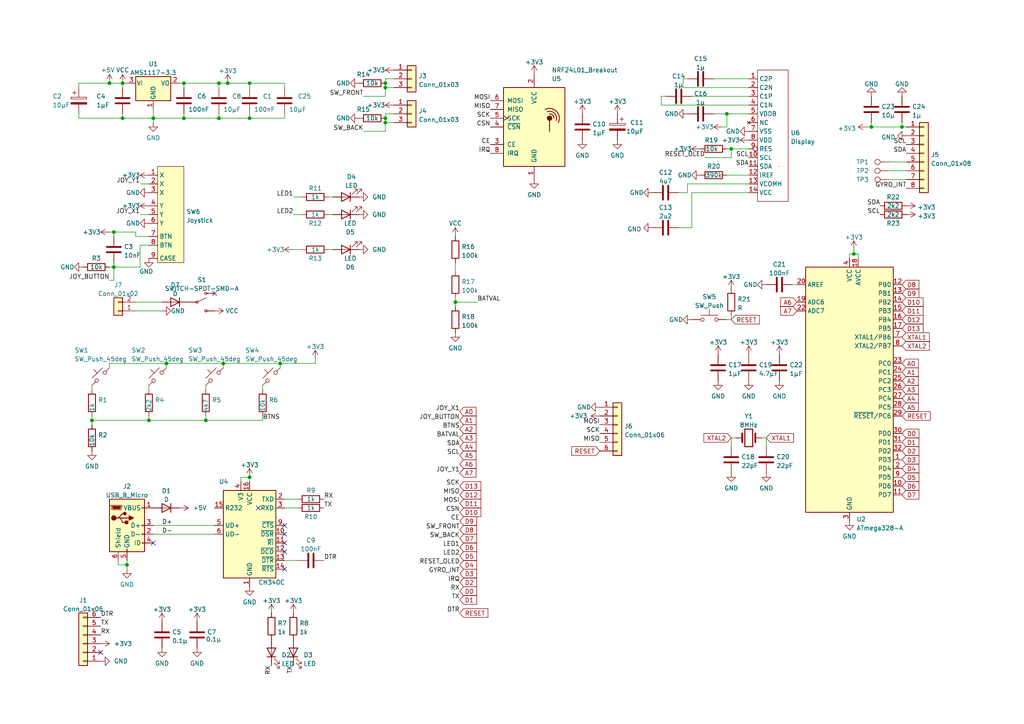
<source format=kicad_sch>
(kicad_sch (version 20211123) (generator eeschema)
  (paper "A4")
  (junction (at 111.76 24.13))
  (junction (at 48.26 105.41))
  (junction (at 66.04 24.13))
  (junction (at 33.02 77.47))
  (junction (at 43.18 121.92))
  (junction (at 81.28 105.41))
  (junction (at 59.69 121.92))
  (junction (at 36.83 163.83))
  (junction (at 72.39 24.13))
  (junction (at 210.82 33.02))
  (junction (at 212.09 43.18))
  (junction (at 63.5 34.29))
  (junction (at 111.76 35.56))
  (junction (at 53.34 34.29))
  (junction (at 132.08 87.63))
  (junction (at 111.76 34.29))
  (junction (at 26.67 121.92))
  (junction (at 35.56 34.29))
  (junction (at 31.75 24.13))
  (junction (at 35.56 24.13))
  (junction (at 111.76 25.4))
  (junction (at 33.02 67.31))
  (junction (at 72.39 34.29))
  (junction (at 252.73 36.83))
  (junction (at 53.34 24.13))
  (junction (at 64.77 105.41))
  (junction (at 261.62 36.83))
  (junction (at 247.65 73.66))
  (junction (at 44.45 34.29))
  (junction (at 63.5 24.13))
  (junction (at 72.39 138.43))
  (no_connect (at 82.55 157.48))
  (no_connect (at 74.93 147.32))
  (no_connect (at 44.45 157.48))
  (no_connect (at 82.55 154.94))
  (no_connect (at 62.23 85.09))
  (no_connect (at 82.55 165.1))
  (no_connect (at 29.21 189.23))
  (no_connect (at 82.55 160.02))
  (no_connect (at 82.55 152.4))
  (wire (pts (xy 212.09 129.54) (xy 212.09 127)))
  (wire (pts (xy 40.64 77.47) (xy 33.02 77.47)))
  (wire (pts (xy 246.38 74.93) (xy 246.38 73.66)))
  (wire (pts (xy 85.09 57.15) (xy 87.63 57.15)))
  (wire (pts (xy 43.18 120.65) (xy 43.18 121.92)))
  (wire (pts (xy 222.25 127) (xy 222.25 129.54)))
  (wire (pts (xy 198.12 22.86) (xy 198.12 25.4)))
  (wire (pts (xy 34.29 162.56) (xy 34.29 163.83)))
  (wire (pts (xy 212.09 127) (xy 213.36 127)))
  (wire (pts (xy 31.75 105.41) (xy 31.75 106.68)))
  (wire (pts (xy 82.55 34.29) (xy 82.55 33.02)))
  (wire (pts (xy 111.76 25.4) (xy 114.3 25.4)))
  (wire (pts (xy 95.25 57.15) (xy 96.52 57.15)))
  (wire (pts (xy 111.76 24.13) (xy 111.76 25.4)))
  (wire (pts (xy 22.86 34.29) (xy 35.56 34.29)))
  (wire (pts (xy 72.39 138.43) (xy 72.39 139.7)))
  (wire (pts (xy 31.75 24.13) (xy 35.56 24.13)))
  (wire (pts (xy 31.75 67.31) (xy 33.02 67.31)))
  (wire (pts (xy 43.18 68.58) (xy 39.37 68.58)))
  (wire (pts (xy 200.66 66.04) (xy 200.66 55.88)))
  (wire (pts (xy 82.55 147.32) (xy 86.36 147.32)))
  (wire (pts (xy 191.77 30.48) (xy 217.17 30.48)))
  (wire (pts (xy 200.66 55.88) (xy 217.17 55.88)))
  (wire (pts (xy 33.02 76.2) (xy 33.02 77.47)))
  (wire (pts (xy 210.82 36.83) (xy 210.82 33.02)))
  (wire (pts (xy 44.45 152.4) (xy 62.23 152.4)))
  (wire (pts (xy 48.26 105.41) (xy 48.26 106.68)))
  (wire (pts (xy 53.34 34.29) (xy 63.5 34.29)))
  (wire (pts (xy 204.47 45.72) (xy 212.09 45.72)))
  (wire (pts (xy 48.26 105.41) (xy 31.75 105.41)))
  (wire (pts (xy 81.28 105.41) (xy 64.77 105.41)))
  (wire (pts (xy 191.77 27.94) (xy 191.77 30.48)))
  (wire (pts (xy 212.09 43.18) (xy 212.09 45.72)))
  (wire (pts (xy 199.39 22.86) (xy 198.12 22.86)))
  (wire (pts (xy 33.02 77.47) (xy 31.75 77.47)))
  (wire (pts (xy 33.02 77.47) (xy 33.02 81.28)))
  (wire (pts (xy 76.2 121.92) (xy 76.2 120.65)))
  (wire (pts (xy 252.73 36.83) (xy 261.62 36.83)))
  (wire (pts (xy 246.38 73.66) (xy 247.65 73.66)))
  (wire (pts (xy 82.55 144.78) (xy 86.36 144.78)))
  (wire (pts (xy 26.67 111.76) (xy 26.67 113.03)))
  (wire (pts (xy 82.55 162.56) (xy 86.36 162.56)))
  (wire (pts (xy 66.04 24.13) (xy 72.39 24.13)))
  (wire (pts (xy 33.02 67.31) (xy 33.02 68.58)))
  (wire (pts (xy 198.12 25.4) (xy 217.17 25.4)))
  (wire (pts (xy 210.82 50.8) (xy 217.17 50.8)))
  (wire (pts (xy 22.86 25.4) (xy 22.86 24.13)))
  (wire (pts (xy 44.45 31.75) (xy 44.45 34.29)))
  (wire (pts (xy 196.85 66.04) (xy 200.66 66.04)))
  (wire (pts (xy 91.44 104.14) (xy 91.44 105.41)))
  (wire (pts (xy 39.37 90.17) (xy 46.99 90.17)))
  (wire (pts (xy 36.83 24.13) (xy 35.56 24.13)))
  (wire (pts (xy 111.76 35.56) (xy 111.76 38.1)))
  (wire (pts (xy 53.34 24.13) (xy 53.34 25.4)))
  (wire (pts (xy 64.77 105.41) (xy 48.26 105.41)))
  (wire (pts (xy 114.3 33.02) (xy 111.76 33.02)))
  (wire (pts (xy 43.18 111.76) (xy 43.18 113.03)))
  (wire (pts (xy 199.39 53.34) (xy 199.39 55.88)))
  (wire (pts (xy 31.75 81.28) (xy 33.02 81.28)))
  (wire (pts (xy 85.09 62.23) (xy 87.63 62.23)))
  (wire (pts (xy 76.2 111.76) (xy 76.2 113.03)))
  (wire (pts (xy 40.64 62.23) (xy 43.18 62.23)))
  (wire (pts (xy 111.76 33.02) (xy 111.76 34.29)))
  (wire (pts (xy 40.64 71.12) (xy 40.64 77.47)))
  (wire (pts (xy 44.45 154.94) (xy 62.23 154.94)))
  (wire (pts (xy 217.17 22.86) (xy 207.01 22.86)))
  (wire (pts (xy 44.45 34.29) (xy 44.45 35.56)))
  (wire (pts (xy 72.39 25.4) (xy 72.39 24.13)))
  (wire (pts (xy 59.69 120.65) (xy 59.69 121.92)))
  (wire (pts (xy 22.86 33.02) (xy 22.86 34.29)))
  (wire (pts (xy 39.37 68.58) (xy 39.37 67.31)))
  (wire (pts (xy 26.67 120.65) (xy 26.67 121.92)))
  (wire (pts (xy 91.44 105.41) (xy 81.28 105.41)))
  (wire (pts (xy 209.55 36.83) (xy 210.82 36.83)))
  (wire (pts (xy 220.98 127) (xy 222.25 127)))
  (wire (pts (xy 22.86 24.13) (xy 31.75 24.13)))
  (wire (pts (xy 251.46 36.83) (xy 252.73 36.83)))
  (wire (pts (xy 105.41 27.94) (xy 111.76 27.94)))
  (wire (pts (xy 111.76 34.29) (xy 111.76 35.56)))
  (wire (pts (xy 82.55 25.4) (xy 82.55 24.13)))
  (wire (pts (xy 261.62 36.83) (xy 261.62 35.56)))
  (wire (pts (xy 39.37 87.63) (xy 46.99 87.63)))
  (wire (pts (xy 33.02 67.31) (xy 39.37 67.31)))
  (wire (pts (xy 36.83 163.83) (xy 36.83 165.1)))
  (wire (pts (xy 210.82 33.02) (xy 217.17 33.02)))
  (wire (pts (xy 95.25 62.23) (xy 96.52 62.23)))
  (wire (pts (xy 132.08 87.63) (xy 132.08 88.9)))
  (wire (pts (xy 26.67 121.92) (xy 43.18 121.92)))
  (wire (pts (xy 59.69 111.76) (xy 59.69 113.03)))
  (wire (pts (xy 72.39 24.13) (xy 82.55 24.13)))
  (wire (pts (xy 132.08 76.2) (xy 132.08 78.74)))
  (wire (pts (xy 26.67 121.92) (xy 26.67 123.19)))
  (wire (pts (xy 43.18 71.12) (xy 40.64 71.12)))
  (wire (pts (xy 248.92 74.93) (xy 248.92 73.66)))
  (wire (pts (xy 262.89 36.83) (xy 261.62 36.83)))
  (wire (pts (xy 81.28 105.41) (xy 81.28 106.68)))
  (wire (pts (xy 34.29 163.83) (xy 36.83 163.83)))
  (wire (pts (xy 111.76 22.86) (xy 111.76 24.13)))
  (wire (pts (xy 85.09 72.39) (xy 87.63 72.39)))
  (wire (pts (xy 63.5 33.02) (xy 63.5 34.29)))
  (wire (pts (xy 210.82 43.18) (xy 212.09 43.18)))
  (wire (pts (xy 35.56 34.29) (xy 44.45 34.29)))
  (wire (pts (xy 105.41 38.1) (xy 111.76 38.1)))
  (wire (pts (xy 229.87 82.55) (xy 231.14 82.55)))
  (wire (pts (xy 72.39 34.29) (xy 82.55 34.29)))
  (wire (pts (xy 132.08 86.36) (xy 132.08 87.63)))
  (wire (pts (xy 193.04 27.94) (xy 191.77 27.94)))
  (wire (pts (xy 72.39 34.29) (xy 72.39 33.02)))
  (wire (pts (xy 40.64 53.34) (xy 43.18 53.34)))
  (wire (pts (xy 111.76 35.56) (xy 114.3 35.56)))
  (wire (pts (xy 95.25 72.39) (xy 96.52 72.39)))
  (wire (pts (xy 63.5 24.13) (xy 63.5 25.4)))
  (wire (pts (xy 43.18 121.92) (xy 59.69 121.92)))
  (wire (pts (xy 69.85 138.43) (xy 72.39 138.43)))
  (wire (pts (xy 114.3 22.86) (xy 111.76 22.86)))
  (wire (pts (xy 257.81 46.99) (xy 262.89 46.99)))
  (wire (pts (xy 63.5 24.13) (xy 66.04 24.13)))
  (wire (pts (xy 207.01 33.02) (xy 210.82 33.02)))
  (wire (pts (xy 257.81 49.53) (xy 262.89 49.53)))
  (wire (pts (xy 252.73 35.56) (xy 252.73 36.83)))
  (wire (pts (xy 210.82 92.71) (xy 212.09 92.71)))
  (wire (pts (xy 132.08 87.63) (xy 138.43 87.63)))
  (wire (pts (xy 53.34 24.13) (xy 63.5 24.13)))
  (wire (pts (xy 44.45 34.29) (xy 53.34 34.29)))
  (wire (pts (xy 53.34 33.02) (xy 53.34 34.29)))
  (wire (pts (xy 36.83 162.56) (xy 36.83 163.83)))
  (wire (pts (xy 257.81 52.07) (xy 262.89 52.07)))
  (wire (pts (xy 63.5 34.29) (xy 72.39 34.29)))
  (wire (pts (xy 200.66 27.94) (xy 217.17 27.94)))
  (wire (pts (xy 199.39 55.88) (xy 196.85 55.88)))
  (wire (pts (xy 212.09 43.18) (xy 217.17 43.18)))
  (wire (pts (xy 35.56 33.02) (xy 35.56 34.29)))
  (wire (pts (xy 212.09 92.71) (xy 212.09 91.44)))
  (wire (pts (xy 248.92 73.66) (xy 247.65 73.66)))
  (wire (pts (xy 217.17 53.34) (xy 199.39 53.34)))
  (wire (pts (xy 64.77 105.41) (xy 64.77 106.68)))
  (wire (pts (xy 69.85 139.7) (xy 69.85 138.43)))
  (wire (pts (xy 52.07 24.13) (xy 53.34 24.13)))
  (wire (pts (xy 247.65 72.39) (xy 247.65 73.66)))
  (wire (pts (xy 35.56 24.13) (xy 35.56 25.4)))
  (wire (pts (xy 111.76 25.4) (xy 111.76 27.94)))
  (wire (pts (xy 59.69 121.92) (xy 76.2 121.92)))
  (label "D-" (at 46.99 154.94 0))
  (label "RESET_OLED" (at 204.47 45.72 180))
  (label "LED2" (at 133.35 161.29 180))
  (label "LED1" (at 85.09 57.15 180))
  (label "SW_BACK" (at 105.41 38.1 180))
  (label "SCL" (at 217.17 45.72 180))
  (label "RX" (at 78.74 193.04 270))
  (label "MOSI" (at 142.24 29.21 180))
  (label "LED2" (at 85.09 62.23 180))
  (label "RX" (at 93.98 144.78 0))
  (label "BATVAL" (at 138.43 87.63 0))
  (label "SCK" (at 173.99 125.73 180))
  (label "BTNS" (at 76.2 121.92 0))
  (label "JOY_X1" (at 40.64 62.23 180))
  (label "TX" (at 29.21 181.61 0))
  (label "CSN" (at 133.35 148.59 180))
  (label "RESET_OLED" (at 133.35 163.83 180))
  (label "JOY_BUTTON" (at 31.75 81.28 180))
  (label "SCK" (at 142.24 34.29 180))
  (label "JOY_X1" (at 133.35 119.38 180))
  (label "SW_FRONT" (at 105.41 27.94 180))
  (label "D+" (at 46.99 152.4 0))
  (label "SW_FRONT" (at 133.35 153.67 180))
  (label "MOSI" (at 133.35 146.05 180))
  (label "SDA" (at 255.27 59.69 180))
  (label "CE" (at 142.24 41.91 180))
  (label "SDA" (at 217.17 48.26 180))
  (label "CE" (at 133.35 151.13 180))
  (label "SCL" (at 133.35 132.08 180))
  (label "LED1" (at 133.35 158.75 180))
  (label "JOY_BUTTON" (at 133.35 121.92 180))
  (label "BATVAL" (at 133.35 127 180))
  (label "GYRO_INT" (at 262.89 54.61 180))
  (label "JOY_Y1" (at 133.35 137.16 180))
  (label "TX" (at 85.09 193.04 270))
  (label "SDA" (at 262.89 44.45 180))
  (label "DTR" (at 93.98 162.56 0))
  (label "MISO" (at 173.99 128.27 180))
  (label "MISO" (at 142.24 31.75 180))
  (label "TX" (at 93.98 147.32 0))
  (label "SCK" (at 133.35 140.97 180))
  (label "SCL" (at 262.89 41.91 180))
  (label "IRQ" (at 133.35 168.91 180))
  (label "GYRO_INT" (at 133.35 166.37 180))
  (label "MOSI" (at 173.99 123.19 180))
  (label "CSN" (at 142.24 36.83 180))
  (label "IRQ" (at 142.24 44.45 180))
  (label "MISO" (at 133.35 143.51 180))
  (label "RX" (at 29.21 184.15 0))
  (label "DTR" (at 29.21 179.07 0))
  (label "RX" (at 133.35 171.45 180))
  (label "SCL" (at 255.27 62.23 180))
  (label "JOY_Y1" (at 40.64 53.34 180))
  (label "TX" (at 133.35 173.99 180))
  (label "SW_BACK" (at 133.35 156.21 180))
  (label "BTNS" (at 133.35 124.46 180))
  (label "SDA" (at 133.35 129.54 180))
  (label "DTR" (at 133.35 177.8 180))
  (global_label "D10" (shape input) (at 261.62 87.63 0) (property "Intersheet References" "${INTERSHEET_REFS}" (effects hide)))
  (global_label "A0" (shape input) (at 133.35 119.38 0) (property "Intersheet References" "${INTERSHEET_REFS}" (effects hide)))
  (global_label "D9" (shape input) (at 133.35 151.13 0) (property "Intersheet References" "${INTERSHEET_REFS}" (effects hide)))
  (global_label "D1" (shape input) (at 133.35 173.99 0) (property "Intersheet References" "${INTERSHEET_REFS}" (effects hide)))
  (global_label "A3" (shape input) (at 261.62 113.03 0) (property "Intersheet References" "${INTERSHEET_REFS}" (effects hide)))
  (global_label "A4" (shape input) (at 261.62 115.57 0) (property "Intersheet References" "${INTERSHEET_REFS}" (effects hide)))
  (global_label "XTAL2" (shape input) (at 212.09 127 180) (property "Intersheet References" "${INTERSHEET_REFS}" (effects hide)))
  (global_label "XTAL1" (shape input) (at 261.62 97.79 0) (property "Intersheet References" "${INTERSHEET_REFS}" (effects hide)))
  (global_label "D5" (shape input) (at 261.62 138.43 0) (property "Intersheet References" "${INTERSHEET_REFS}" (effects hide)))
  (global_label "A3" (shape input) (at 133.35 127 0) (property "Intersheet References" "${INTERSHEET_REFS}" (effects hide)))
  (global_label "D6" (shape input) (at 133.35 158.75 0) (property "Intersheet References" "${INTERSHEET_REFS}" (effects hide)))
  (global_label "D3" (shape input) (at 133.35 166.37 0) (property "Intersheet References" "${INTERSHEET_REFS}" (effects hide)))
  (global_label "D2" (shape input) (at 261.62 130.81 0) (property "Intersheet References" "${INTERSHEET_REFS}" (effects hide)))
  (global_label "A2" (shape input) (at 261.62 110.49 0) (property "Intersheet References" "${INTERSHEET_REFS}" (effects hide)))
  (global_label "D6" (shape input) (at 261.62 140.97 0) (property "Intersheet References" "${INTERSHEET_REFS}" (effects hide)))
  (global_label "A7" (shape input) (at 231.14 90.17 180) (property "Intersheet References" "${INTERSHEET_REFS}" (effects hide)))
  (global_label "A6" (shape input) (at 231.14 87.63 180) (property "Intersheet References" "${INTERSHEET_REFS}" (effects hide)))
  (global_label "D11" (shape input) (at 133.35 146.05 0) (property "Intersheet References" "${INTERSHEET_REFS}" (effects hide)))
  (global_label "RESET" (shape input) (at 133.35 177.8 0) (property "Intersheet References" "${INTERSHEET_REFS}" (effects hide)))
  (global_label "D7" (shape input) (at 133.35 156.21 0) (property "Intersheet References" "${INTERSHEET_REFS}" (effects hide)))
  (global_label "RESET" (shape input) (at 173.99 130.81 180) (property "Intersheet References" "${INTERSHEET_REFS}" (effects hide)))
  (global_label "A5" (shape input) (at 261.62 118.11 0) (property "Intersheet References" "${INTERSHEET_REFS}" (effects hide)))
  (global_label "RESET" (shape input) (at 212.09 92.71 0) (property "Intersheet References" "${INTERSHEET_REFS}" (effects hide)))
  (global_label "D5" (shape input) (at 133.35 161.29 0) (property "Intersheet References" "${INTERSHEET_REFS}" (effects hide)))
  (global_label "D4" (shape input) (at 133.35 163.83 0) (property "Intersheet References" "${INTERSHEET_REFS}" (effects hide)))
  (global_label "D12" (shape input) (at 133.35 143.51 0) (property "Intersheet References" "${INTERSHEET_REFS}" (effects hide)))
  (global_label "D11" (shape input) (at 261.62 90.17 0) (property "Intersheet References" "${INTERSHEET_REFS}" (effects hide)))
  (global_label "XTAL2" (shape input) (at 261.62 100.33 0) (property "Intersheet References" "${INTERSHEET_REFS}" (effects hide)))
  (global_label "D8" (shape input) (at 133.35 153.67 0) (property "Intersheet References" "${INTERSHEET_REFS}" (effects hide)))
  (global_label "D2" (shape input) (at 133.35 168.91 0) (property "Intersheet References" "${INTERSHEET_REFS}" (effects hide)))
  (global_label "D8" (shape input) (at 261.62 82.55 0) (property "Intersheet References" "${INTERSHEET_REFS}" (effects hide)))
  (global_label "A1" (shape input) (at 261.62 107.95 0) (property "Intersheet References" "${INTERSHEET_REFS}" (effects hide)))
  (global_label "D9" (shape input) (at 261.62 85.09 0) (property "Intersheet References" "${INTERSHEET_REFS}" (effects hide)))
  (global_label "A1" (shape input) (at 133.35 121.92 0) (property "Intersheet References" "${INTERSHEET_REFS}" (effects hide)))
  (global_label "XTAL1" (shape input) (at 222.25 127 0) (property "Intersheet References" "${INTERSHEET_REFS}" (effects hide)))
  (global_label "D4" (shape input) (at 261.62 135.89 0) (property "Intersheet References" "${INTERSHEET_REFS}" (effects hide)))
  (global_label "D3" (shape input) (at 261.62 133.35 0) (property "Intersheet References" "${INTERSHEET_REFS}" (effects hide)))
  (global_label "D0" (shape input) (at 133.35 171.45 0) (property "Intersheet References" "${INTERSHEET_REFS}" (effects hide)))
  (global_label "D0" (shape input) (at 261.62 125.73 0) (property "Intersheet References" "${INTERSHEET_REFS}" (effects hide)))
  (global_label "D13" (shape input) (at 261.62 95.25 0) (property "Intersheet References" "${INTERSHEET_REFS}" (effects hide)))
  (global_label "D1" (shape input) (at 261.62 128.27 0) (property "Intersheet References" "${INTERSHEET_REFS}" (effects hide)))
  (global_label "D10" (shape input) (at 133.35 148.59 0) (property "Intersheet References" "${INTERSHEET_REFS}" (effects hide)))
  (global_label "D13" (shape input) (at 133.35 140.97 0) (property "Intersheet References" "${INTERSHEET_REFS}" (effects hide)))
  (global_label "A5" (shape input) (at 133.35 132.08 0) (property "Intersheet References" "${INTERSHEET_REFS}" (effects hide)))
  (global_label "A2" (shape input) (at 133.35 124.46 0) (property "Intersheet References" "${INTERSHEET_REFS}" (effects hide)))
  (global_label "A4" (shape input) (at 133.35 129.54 0) (property "Intersheet References" "${INTERSHEET_REFS}" (effects hide)))
  (global_label "A7" (shape input) (at 133.35 137.16 0) (property "Intersheet References" "${INTERSHEET_REFS}" (effects hide)))
  (global_label "RESET" (shape input) (at 261.62 120.65 0) (property "Intersheet References" "${INTERSHEET_REFS}" (effects hide)))
  (global_label "D12" (shape input) (at 261.62 92.71 0) (property "Intersheet References" "${INTERSHEET_REFS}" (effects hide)))
  (global_label "D7" (shape input) (at 261.62 143.51 0) (property "Intersheet References" "${INTERSHEET_REFS}" (effects hide)))
  (global_label "A0" (shape input) (at 261.62 105.41 0) (property "Intersheet References" "${INTERSHEET_REFS}" (effects hide)))
  (global_label "A6" (shape input) (at 133.35 134.62 0) (property "Intersheet References" "${INTERSHEET_REFS}" (effects hide)))
  (symbol (lib_id "power:GND") (at 189.23 55.88 270) (unit 1)
    (property "Reference" "#PWR043" (effects hide))
    (property "Value" "GND" (at 186.69 55.88 90) (effects (justify right)))
  )
  (symbol (lib_id "Device:C_Polarized") (at 22.86 29.21 0) (unit 1)
    (property "Reference" "C2" (at 15.24 27.94 0) (effects (justify left)))
    (property "Value" "10µF" (at 15.24 30.48 0) (effects (justify left)))
    (property "Footprint" "Capacitor_THT:CP_Radial_D6.3mm_P2.50mm" (effects hide))
  )
  (symbol (lib_id "Device:C") (at 226.06 82.55 90) (unit 1)
    (property "Reference" "C21" (at 226.06 76.6912 90))
    (property "Value" "100nF" (at 226.06 79.2281 90))
    (property "Footprint" "Capacitor_SMD:C_0805_2012Metric" (effects hide))
  )
  (symbol (lib_id "Device:R") (at 91.44 62.23 90) (unit 1)
    (property "Reference" "R12" (at 91.44 64.77 90))
    (property "Value" "1k" (at 91.44 62.23 90))
    (property "Footprint" "Resistor_SMD:R_0805_2012Metric" (effects hide))
  )
  (symbol (lib_id "power:+3.3V") (at 91.44 104.14 0) (unit 1)
    (property "Reference" "#PWR029" (effects hide))
    (property "Value" "+3.3V" (at 91.44 100.5642 0))
  )
  (symbol (lib_id "Device:LED") (at 100.33 72.39 180) (unit 1)
    (property "Reference" "D6" (at 101.6 77.47 0))
    (property "Value" "LED" (at 101.6 74.93 0))
    (property "Footprint" "LED_SMD:LED_0805_2012Metric" (effects hide))
  )
  (symbol (lib_id "power:VCC") (at 35.56 24.13 0) (unit 1)
    (property "Reference" "#PWR09" (effects hide))
    (property "Value" "VCC" (at 35.56 20.32 0))
  )
  (symbol (lib_id "Device:C") (at 168.91 36.83 0) (unit 1)
    (property "Reference" "C10" (at 171.831 35.9953 0) (effects (justify left)))
    (property "Value" "1µF" (at 171.831 38.5322 0) (effects (justify left)))
    (property "Footprint" "Capacitor_SMD:C_0805_2012Metric" (effects hide))
  )
  (symbol (lib_id "Device:R") (at 85.09 181.61 0) (unit 1)
    (property "Reference" "R8" (at 86.868 180.7753 0) (effects (justify left)))
    (property "Value" "1k" (at 86.868 183.3122 0) (effects (justify left)))
    (property "Footprint" "Resistor_SMD:R_0805_2012Metric" (effects hide))
  )
  (symbol (lib_id "Device:C") (at 252.73 31.75 0) (unit 1)
    (property "Reference" "C23" (at 255.651 30.9153 0) (effects (justify left)))
    (property "Value" "10µ" (at 255.651 33.4522 0) (effects (justify left)))
    (property "Footprint" "Capacitor_SMD:C_0805_2012Metric_Pad1.18x1.45mm_HandSolder" (effects hide))
  )
  (symbol (lib_id "Switch:SW_Push") (at 205.74 92.71 0) (unit 1)
    (property "Reference" "SW5" (at 205.74 86.0892 0))
    (property "Value" "SW_Push" (at 205.74 88.6261 0))
    (property "Footprint" "Button_Switch_SMD:SW_SPST_CK_RS282G05A3" (effects hide))
  )
  (symbol (lib_id "Switch:SW_Push_45deg") (at 45.72 109.22 90) (unit 1)
    (property "Reference" "SW2" (at 38.1 101.6 90) (effects (justify right)))
    (property "Value" "SW_Push_45deg" (at 38.1 104.14 90) (effects (justify right)))
    (property "Footprint" "Button_Switch_SMD:SW_SPST_CK_RS282G05A3" (effects hide))
  )
  (symbol (lib_id "Device:C") (at 72.39 29.21 0) (unit 1)
    (property "Reference" "C1" (at 76.2 27.94 0) (effects (justify left)))
    (property "Value" "100nF" (at 73.66 31.75 0) (effects (justify left)))
    (property "Footprint" "Capacitor_SMD:C_0805_2012Metric" (effects hide))
  )
  (symbol (lib_id "Device:LED") (at 85.09 189.23 90) (unit 1)
    (property "Reference" "D3" (at 88.011 189.9828 90) (effects (justify right)))
    (property "Value" "LED" (at 88.011 192.5197 90) (effects (justify right)))
    (property "Footprint" "LED_SMD:LED_0805_2012Metric" (effects hide))
  )
  (symbol (lib_id "Device:R") (at 26.67 116.84 0) (unit 1)
    (property "Reference" "R1" (at 28.448 116.0053 0) (effects (justify left)))
    (property "Value" "1k" (at 26.67 119.38 90) (effects (justify left)))
    (property "Footprint" "Resistor_SMD:R_0805_2012Metric" (effects hide))
  )
  (symbol (lib_id "power:GND") (at 36.83 165.1 0) (unit 1)
    (property "Reference" "#PWR010" (effects hide))
    (property "Value" "GND" (at 36.83 169.5434 0))
  )
  (symbol (lib_id "Device:C") (at 46.99 184.15 180) (unit 1)
    (property "Reference" "C5" (at 49.911 183.3153 0) (effects (justify right)))
    (property "Value" "0.1µ" (at 49.911 185.8522 0) (effects (justify right)))
    (property "Footprint" "Capacitor_SMD:C_0805_2012Metric" (effects hide))
  )
  (symbol (lib_id "Device:C") (at 193.04 66.04 90) (unit 1)
    (property "Reference" "C13" (at 193.04 60.1812 90))
    (property "Value" "2u2" (at 193.04 62.7181 90))
    (property "Footprint" "Capacitor_SMD:C_0805_2012Metric_Pad1.18x1.45mm_HandSolder" (effects hide))
  )
  (symbol (lib_id "power:+3.3V") (at 208.28 102.87 0) (unit 1)
    (property "Reference" "#PWR049" (effects hide))
    (property "Value" "+3.3V" (at 208.28 99.2942 0))
  )
  (symbol (lib_id "power:GND") (at 104.14 34.29 270) (unit 1)
    (property "Reference" "#PWR028" (effects hide))
    (property "Value" "GND" (at 101.6 34.29 90) (effects (justify right)))
  )
  (symbol (lib_id "power:+3.3V") (at 114.3 20.32 90) (unit 1)
    (property "Reference" "#PWR030" (effects hide))
    (property "Value" "+3.3V" (at 111.76 20.32 90) (effects (justify left)))
  )
  (symbol (lib_id "power:GND") (at 203.2 50.8 270) (unit 1)
    (property "Reference" "#PWR048" (effects hide))
    (property "Value" "GND" (at 200.66 50.8 90) (effects (justify right)))
  )
  (symbol (lib_id "Connector:USB_B_Micro") (at 36.83 152.4 0) (unit 1)
    (property "Reference" "J2" (at 36.83 141.0802 0))
    (property "Value" "USB_B_Micro" (at 36.83 143.6171 0))
    (property "Footprint" "usb micro B:Connector micro usb B" (effects hide))
  )
  (symbol (lib_id "Device:R") (at 259.08 62.23 90) (unit 1)
    (property "Reference" "R23" (at 259.08 64.77 90))
    (property "Value" "2k2" (at 259.08 62.23 90))
    (property "Footprint" "Resistor_SMD:R_0805_2012Metric_Pad1.20x1.40mm_HandSolder" (effects hide))
  )
  (symbol (lib_id "Connector:TestPoint") (at 257.81 46.99 90) (unit 1)
    (property "Reference" "TP1" (at 250.19 46.99 90))
    (property "Value" "TestPoint" (effects hide))
    (property "Footprint" "TestPoint:TestPoint_Pad_D1.5mm" (effects hide))
  )
  (symbol (lib_id "Device:R") (at 207.01 50.8 90) (unit 1)
    (property "Reference" "R20" (at 207.01 48.26 90))
    (property "Value" "390k" (at 207.01 50.8 90))
    (property "Footprint" "Resistor_SMD:R_0805_2012Metric_Pad1.20x1.40mm_HandSolder" (effects hide))
  )
  (symbol (lib_id "Device:C") (at 222.25 133.35 0) (unit 1)
    (property "Reference" "C20" (at 225.171 132.5153 0) (effects (justify left)))
    (property "Value" "22pF" (at 225.171 135.0522 0) (effects (justify left)))
    (property "Footprint" "Capacitor_SMD:C_0805_2012Metric" (effects hide))
  )
  (symbol (lib_id "power:+3.3V") (at 72.39 138.43 0) (unit 1)
    (property "Reference" "#PWR022" (effects hide))
    (property "Value" "+3.3V" (at 72.39 134.8542 0))
  )
  (symbol (lib_id "power:GND") (at 222.25 82.55 270) (unit 1)
    (property "Reference" "#PWR058" (effects hide))
    (property "Value" "GND" (at 219.71 82.55 90) (effects (justify right)))
  )
  (symbol (lib_id "Device:C") (at 212.09 133.35 0) (unit 1)
    (property "Reference" "C18" (at 215.011 132.5153 0) (effects (justify left)))
    (property "Value" "22pF" (at 215.011 135.0522 0) (effects (justify left)))
    (property "Footprint" "Capacitor_SMD:C_0805_2012Metric" (effects hide))
  )
  (symbol (lib_id "Device:R") (at 78.74 181.61 0) (unit 1)
    (property "Reference" "R7" (at 80.518 180.7753 0) (effects (justify left)))
    (property "Value" "1k" (at 80.518 183.3122 0) (effects (justify left)))
    (property "Footprint" "Resistor_SMD:R_0805_2012Metric" (effects hide))
  )
  (symbol (lib_id "power:GND") (at 208.28 110.49 0) (unit 1)
    (property "Reference" "#PWR050" (effects hide))
    (property "Value" "GND" (at 208.28 114.9334 0))
  )
  (symbol (lib_id "power:+3.3V") (at 168.91 33.02 0) (unit 1)
    (property "Reference" "#PWR039" (effects hide))
    (property "Value" "+3.3V" (at 168.91 29.4442 0))
  )
  (symbol (lib_id "power:GND") (at 29.21 191.77 90) (unit 1)
    (property "Reference" "#PWR06" (effects hide))
    (property "Value" "GND" (at 33.02 191.77 90) (effects (justify right)))
  )
  (symbol (lib_id "power:+3.3V") (at 66.04 24.13 0) (unit 1)
    (property "Reference" "#PWR021" (effects hide))
    (property "Value" "+3.3V" (at 66.04 20.5542 0))
  )
  (symbol (lib_id "power:GND") (at 72.39 170.18 0) (unit 1)
    (property "Reference" "#PWR023" (effects hide))
    (property "Value" "GND" (at 72.39 174.6234 0))
  )
  (symbol (lib_id "power:+3.3V") (at 154.94 21.59 0) (unit 1)
    (property "Reference" "#PWR037" (effects hide))
    (property "Value" "+3.3V" (at 154.94 18.0142 0))
  )
  (symbol (lib_id "Device:R") (at 90.17 144.78 90) (unit 1)
    (property "Reference" "R9" (at 90.17 142.24 90))
    (property "Value" "1k" (at 90.17 144.78 90))
    (property "Footprint" "Resistor_SMD:R_0805_2012Metric" (effects hide))
  )
  (symbol (lib_id "Device:C") (at 35.56 29.21 0) (unit 1)
    (property "Reference" "C4" (at 27.94 27.94 0) (effects (justify left)))
    (property "Value" "1µF" (at 27.94 30.48 0) (effects (justify left)))
    (property "Footprint" "Capacitor_SMD:C_0805_2012Metric" (effects hide))
  )
  (symbol (lib_id "Connector_Generic:Conn_01x03") (at 119.38 22.86 0) (unit 1)
    (property "Reference" "J3" (at 121.412 22.0253 0) (effects (justify left)))
    (property "Value" "Conn_01x03" (at 121.412 24.5622 0) (effects (justify left)))
    (property "Footprint" "TackerSwitch:Tacker" (effects hide))
  )
  (symbol (lib_id "Device:C") (at 203.2 33.02 90) (unit 1)
    (property "Reference" "C16" (at 203.2 27.1612 90))
    (property "Value" "1µ" (at 203.2 29.6981 90))
    (property "Footprint" "Capacitor_SMD:C_0805_2012Metric_Pad1.18x1.45mm_HandSolder" (effects hide))
  )
  (symbol (lib_id "Device:C") (at 82.55 29.21 0) (unit 1)
    (property "Reference" "C25" (at 86.36 27.94 0) (effects (justify left)))
    (property "Value" "10µF" (at 83.82 31.75 0) (effects (justify left)))
    (property "Footprint" "Capacitor_SMD:C_0805_2012Metric" (effects hide))
  )
  (symbol (lib_id "power:+3.3V") (at 179.07 33.02 0) (unit 1)
    (property "Reference" "#PWR041" (effects hide))
    (property "Value" "+3.3V" (at 179.07 29.4442 0))
  )
  (symbol (lib_id "power:+3.3V") (at 251.46 36.83 90) (unit 1)
    (property "Reference" "#PWR064" (effects hide))
    (property "Value" "+3.3V" (at 248.285 37.2638 90) (effects (justify left)))
  )
  (symbol (lib_id "power:GND") (at 200.66 92.71 270) (unit 1)
    (property "Reference" "#PWR046" (effects hide))
    (property "Value" "GND" (at 198.12 92.71 90) (effects (justify right)))
  )
  (symbol (lib_id "power:GND") (at 217.17 38.1 270) (unit 1)
    (property "Reference" "#PWR054" (effects hide))
    (property "Value" "GND" (at 214.63 38.1 90) (effects (justify right)))
  )
  (symbol (lib_id "power:+3.3V") (at 226.06 102.87 0) (unit 1)
    (property "Reference" "#PWR060" (effects hide))
    (property "Value" "+3.3V" (at 226.06 99.2942 0))
  )
  (symbol (lib_id "power:GND") (at 168.91 40.64 0) (unit 1)
    (property "Reference" "#PWR040" (effects hide))
    (property "Value" "GND" (at 168.91 45.0834 0))
  )
  (symbol (lib_id "Device:R") (at 59.69 116.84 0) (unit 1)
    (property "Reference" "R5" (at 61.468 116.0053 0) (effects (justify left)))
    (property "Value" "4k7" (at 59.69 119.38 90) (effects (justify left)))
    (property "Footprint" "Resistor_SMD:R_0805_2012Metric" (effects hide))
  )
  (symbol (lib_id "Device:R") (at 26.67 127 0) (unit 1)
    (property "Reference" "R2" (at 28.448 126.1653 0) (effects (justify left)))
    (property "Value" "10k" (at 26.67 129.54 90) (effects (justify left)))
    (property "Footprint" "Resistor_SMD:R_0805_2012Metric" (effects hide))
  )
  (symbol (lib_id "power:+3.3V") (at 46.99 180.34 0) (unit 1)
    (property "Reference" "#PWR016" (effects hide))
    (property "Value" "+3.3V" (at 46.99 176.7642 0))
  )
  (symbol (lib_id "power:GND") (at 104.14 57.15 90) (unit 1)
    (property "Reference" "#PWR032" (effects hide))
    (property "Value" "GND" (at 107.95 57.15 90) (effects (justify right)))
  )
  (symbol (lib_id "Switch:SW_Push_45deg") (at 29.21 109.22 90) (unit 1)
    (property "Reference" "SW1" (at 21.59 101.6 90) (effects (justify right)))
    (property "Value" "SW_Push_45deg" (at 21.59 104.14 90) (effects (justify right)))
    (property "Footprint" "Button_Switch_SMD:SW_SPST_CK_RS282G05A3" (effects hide))
  )
  (symbol (lib_id "power:GND") (at 104.14 72.39 90) (unit 1)
    (property "Reference" "#PWR034" (effects hide))
    (property "Value" "GND" (at 107.95 72.39 90) (effects (justify right)))
  )
  (symbol (lib_id "Connector_Generic:Conn_01x08") (at 267.97 44.45 0) (unit 1)
    (property "Reference" "J5" (at 270.002 44.8853 0) (effects (justify left)))
    (property "Value" "Conn_01x08" (at 270.002 47.4222 0) (effects (justify left)))
    (property "Footprint" "Connector_PinHeader_2.54mm:PinHeader_1x08_P2.54mm_Vertical" (effects hide))
  )
  (symbol (lib_id "power:GND") (at 44.45 35.56 0) (unit 1)
    (property "Reference" "#PWR015" (effects hide))
    (property "Value" "GND" (at 44.45 40.0034 0))
  )
  (symbol (lib_id "Device:C") (at 203.2 22.86 90) (unit 1)
    (property "Reference" "C15" (at 203.2 17.0012 90))
    (property "Value" "1µ" (at 203.2 19.5381 90))
    (property "Footprint" "Capacitor_SMD:C_0805_2012Metric_Pad1.18x1.45mm_HandSolder" (effects hide))
  )
  (symbol (lib_id "Device:C_Polarized") (at 179.07 36.83 0) (mirror y) (unit 1)
    (property "Reference" "C11" (at 186.69 35.56 0) (effects (justify left)))
    (property "Value" "10µF" (at 186.69 38.1 0) (effects (justify left)))
    (property "Footprint" "Capacitor_THT:CP_Radial_D6.3mm_P2.50mm" (effects hide))
  )
  (symbol (lib_id "Device:R") (at 91.44 57.15 90) (unit 1)
    (property "Reference" "R11" (at 91.44 54.61 90))
    (property "Value" "1k" (at 91.44 57.15 90))
    (property "Footprint" "Resistor_SMD:R_0805_2012Metric" (effects hide))
  )
  (symbol (lib_id "power:+3.3V") (at 114.3 30.48 90) (unit 1)
    (property "Reference" "#PWR031" (effects hide))
    (property "Value" "+3.3V" (at 111.76 30.48 90) (effects (justify left)))
  )
  (symbol (lib_id "power:+3.3V") (at 217.17 40.64 90) (unit 1)
    (property "Reference" "#PWR055" (effects hide))
    (property "Value" "+3.3V" (at 214.63 40.64 90) (effects (justify left)))
  )
  (symbol (lib_id "Device:C") (at 53.34 29.21 0) (unit 1)
    (property "Reference" "C6" (at 57.15 27.94 0) (effects (justify left)))
    (property "Value" "100nF" (at 54.61 31.75 0) (effects (justify left)))
    (property "Footprint" "Capacitor_SMD:C_0805_2012Metric" (effects hide))
  )
  (symbol (lib_id "Device:C") (at 33.02 72.39 0) (unit 1)
    (property "Reference" "C3" (at 35.941 71.5553 0) (effects (justify left)))
    (property "Value" "10nF" (at 35.941 74.0922 0) (effects (justify left)))
    (property "Footprint" "Capacitor_SMD:C_0805_2012Metric" (effects hide))
  )
  (symbol (lib_id "power:VCC") (at 132.08 68.58 0) (unit 1)
    (property "Reference" "#PWR035" (effects hide))
    (property "Value" "VCC" (at 132.08 64.77 0))
  )
  (symbol (lib_id "Device:C") (at 193.04 55.88 90) (unit 1)
    (property "Reference" "C12" (at 193.04 50.0212 90))
    (property "Value" "4u7" (at 193.04 52.5581 90))
    (property "Footprint" "Capacitor_SMD:C_0805_2012Metric_Pad1.18x1.45mm_HandSolder" (effects hide))
  )
  (symbol (lib_id "Connector:TestPoint") (at 257.81 49.53 90) (unit 1)
    (property "Reference" "TP2" (at 250.19 49.53 90))
    (property "Value" "TestPoint" (effects hide))
    (property "Footprint" "TestPoint:TestPoint_Pad_D1.5mm" (effects hide))
  )
  (symbol (lib_name "Joystick_2") (lib_id "RC_Trans:Joystick") (at 48.26 52.07 0) (unit 1)
    (property "Reference" "SW6" (at 54.0512 61.3953 0) (effects (justify left)))
    (property "Value" "Joystick" (at 54.0512 63.9322 0) (effects (justify left)))
    (property "Footprint" "joystick:JoyStick" (effects hide))
  )
  (symbol (lib_id "power:GND") (at 262.89 39.37 270) (unit 1)
    (property "Reference" "#PWR067" (effects hide))
    (property "Value" "GND" (at 259.7151 39.8038 90) (effects (justify right)))
  )
  (symbol (lib_id "Connector_Generic:Conn_01x06") (at 24.13 186.69 180) (unit 1)
    (property "Reference" "J1" (at 24.13 174.1002 0))
    (property "Value" "Conn_01x06" (at 24.13 176.6371 0))
    (property "Footprint" "Connector_PinHeader_2.54mm:PinHeader_1x06_P2.54mm_Vertical" (effects hide))
  )
  (symbol (lib_id "power:+3.3V") (at 78.74 177.8 0) (unit 1)
    (property "Reference" "#PWR024" (effects hide))
    (property "Value" "+3.3V" (at 78.74 174.2242 0))
  )
  (symbol (lib_id "Device:D") (at 50.8 87.63 180) (unit 1)
    (property "Reference" "D7" (at 50.8 82.6602 0))
    (property "Value" "D" (at 50.8 85.1971 0))
    (property "Footprint" "Diode_THT:D_DO-15_P10.16mm_Horizontal" (effects hide))
  )
  (symbol (lib_id "power:GND") (at 217.17 110.49 0) (unit 1)
    (property "Reference" "#PWR057" (effects hide))
    (property "Value" "GND" (at 217.17 114.9334 0))
  )
  (symbol (lib_id "power:GND") (at 189.23 66.04 270) (unit 1)
    (property "Reference" "#PWR044" (effects hide))
    (property "Value" "GND" (at 186.0551 66.4738 90) (effects (justify right)))
  )
  (symbol (lib_id "Device:LED") (at 78.74 189.23 90) (unit 1)
    (property "Reference" "D2" (at 81.661 189.9828 90) (effects (justify right)))
    (property "Value" "LED" (at 81.661 192.5197 90) (effects (justify right)))
    (property "Footprint" "LED_SMD:LED_0805_2012Metric" (effects hide))
  )
  (symbol (lib_id "oled_128x32:Display") (at 217.17 39.37 0) (unit 1)
    (property "Reference" "U6" (at 229.3112 38.5353 0) (effects (justify left)))
    (property "Value" "Display" (at 229.3112 41.0722 0) (effects (justify left)))
    (property "Footprint" "KSWE:KSWE 2832" (effects hide))
  )
  (symbol (lib_id "power:+3.3V") (at 212.09 83.82 0) (unit 1)
    (property "Reference" "#PWR052" (effects hide))
    (property "Value" "+3.3V" (at 212.09 80.2442 0))
  )
  (symbol (lib_id "Device:R") (at 212.09 87.63 0) (unit 1)
    (property "Reference" "R21" (at 213.868 86.7953 0) (effects (justify left)))
    (property "Value" "R" (at 213.868 89.3322 0) (effects (justify left)))
    (property "Footprint" "Resistor_SMD:R_0805_2012Metric" (effects hide))
  )
  (symbol (lib_id "power:GND") (at 222.25 137.16 0) (unit 1)
    (property "Reference" "#PWR059" (effects hide))
    (property "Value" "GND" (at 222.25 141.6034 0))
  )
  (symbol (lib_id "Switch:SW_Push_45deg") (at 78.74 109.22 90) (unit 1)
    (property "Reference" "SW4" (at 71.12 101.6 90) (effects (justify right)))
    (property "Value" "SW_Push_45deg" (at 71.12 104.14 90) (effects (justify right)))
    (property "Footprint" "Button_Switch_SMD:SW_SPST_CK_RS282G05A3" (effects hide))
  )
  (symbol (lib_id "power:GND") (at 154.94 52.07 0) (unit 1)
    (property "Reference" "#PWR038" (effects hide))
    (property "Value" "GND" (at 154.94 56.5134 0))
  )
  (symbol (lib_id "Device:R") (at 43.18 116.84 0) (unit 1)
    (property "Reference" "R4" (at 44.958 116.0053 0) (effects (justify left)))
    (property "Value" "2k2" (at 43.18 119.38 90) (effects (justify left)))
    (property "Footprint" "Resistor_SMD:R_0805_2012Metric" (effects hide))
  )
  (symbol (lib_id "power:+3.3V") (at 85.09 72.39 90) (unit 1)
    (property "Reference" "#PWR025" (effects hide))
    (property "Value" "+3.3V" (at 82.55 72.39 90) (effects (justify left)))
  )
  (symbol (lib_id "power:GND") (at 57.15 187.96 0) (unit 1)
    (property "Reference" "#PWR020" (effects hide))
    (property "Value" "GND" (at 57.15 192.4034 0))
  )
  (symbol (lib_id "power:+3.3V") (at 262.89 62.23 270) (unit 1)
    (property "Reference" "#PWR069" (effects hide))
    (property "Value" "+3.3V" (at 266.065 62.6638 90) (effects (justify left)))
  )
  (symbol (lib_id "power:+3.3V") (at 247.65 72.39 0) (unit 1)
    (property "Reference" "#PWR063" (effects hide))
    (property "Value" "+3.3V" (at 247.65 68.8142 0))
  )
  (symbol (lib_id "power:+3.3V") (at 85.09 177.8 0) (unit 1)
    (property "Reference" "#PWR026" (effects hide))
    (property "Value" "+3.3V" (at 85.09 174.2242 0))
  )
  (symbol (lib_id "Connector_Generic:Conn_01x02") (at 34.29 90.17 180) (unit 1)
    (property "Reference" "J7" (at 34.29 82.6602 0))
    (property "Value" "Conn_01x02" (at 34.29 85.1971 0))
    (property "Footprint" "Connector_JST:JST_XH_B2B-XH-AM_1x02_P2.50mm_Vertical" (effects hide))
  )
  (symbol (lib_id "Interface_USB:CH340C") (at 72.39 154.94 0) (unit 1)
    (property "Reference" "U4" (at 63.5 139.7 0) (effects (justify left)))
    (property "Value" "CH340C" (at 74.93 168.91 0) (effects (justify left)))
    (property "Footprint" "Package_SO:SOIC-16_3.9x9.9mm_P1.27mm" (effects hide))
    (property "Datasheet" "https://datasheet.lcsc.com/szlcsc/Jiangsu-Qin-Heng-CH340C_C84681.pdf" (effects hide))
  )
  (symbol (lib_id "Device:R") (at 107.95 24.13 270) (unit 1)
    (property "Reference" "R14" (at 105.41 21.59 90))
    (property "Value" "10k" (at 107.95 24.13 90))
    (property "Footprint" "Resistor_SMD:R_0805_2012Metric" (effects hide))
  )
  (symbol (lib_id "Device:C") (at 208.28 106.68 0) (unit 1)
    (property "Reference" "C17" (at 211.201 105.8453 0) (effects (justify left)))
    (property "Value" "1µF" (at 211.201 108.3822 0) (effects (justify left)))
    (property "Footprint" "Capacitor_SMD:C_0805_2012Metric" (effects hide))
  )
  (symbol (lib_id "power:+3.3V") (at 209.55 36.83 90) (unit 1)
    (property "Reference" "#PWR0104" (effects hide))
    (property "Value" "+3.3V" (at 207.01 36.83 90) (effects (justify left)))
  )
  (symbol (lib_id "Device:LED") (at 100.33 62.23 180) (unit 1)
    (property "Reference" "D5" (at 101.6 67.31 0))
    (property "Value" "LED" (at 101.6 64.77 0))
    (property "Footprint" "LED_SMD:LED_0805_2012Metric" (effects hide))
  )
  (symbol (lib_id "Device:C") (at 196.85 27.94 90) (unit 1)
    (property "Reference" "C14" (at 196.85 22.0812 90))
    (property "Value" "1µ" (at 196.85 24.6181 90))
    (property "Footprint" "Capacitor_SMD:C_0805_2012Metric_Pad1.18x1.45mm_HandSolder" (effects hide))
  )
  (symbol (lib_id "power:GND") (at 43.18 74.93 0) (unit 1)
    (property "Reference" "#PWR0103" (effects hide))
    (property "Value" "GND" (at 44.45 78.74 0) (effects (justify right)))
  )
  (symbol (lib_id "power:GND") (at 104.14 24.13 270) (unit 1)
    (property "Reference" "#PWR027" (effects hide))
    (property "Value" "GND" (at 101.6 24.13 90) (effects (justify right)))
  )
  (symbol (lib_id "Device:R") (at 107.95 34.29 270) (unit 1)
    (property "Reference" "R15" (at 105.41 31.75 90))
    (property "Value" "10k" (at 107.95 34.29 90))
    (property "Footprint" "Resistor_SMD:R_0805_2012Metric" (effects hide))
  )
  (symbol (lib_id "power:+5V") (at 31.75 24.13 0) (unit 1)
    (property "Reference" "#PWR07" (effects hide))
    (property "Value" "+5V" (at 29.21 20.32 0) (effects (justify left)))
  )
  (symbol (lib_id "power:GND") (at 173.99 118.11 270) (unit 1)
    (property "Reference" "#PWR0105" (effects hide))
    (property "Value" "GND" (at 171.45 118.11 90) (effects (justify right)))
  )
  (symbol (lib_id "Device:R") (at 90.17 147.32 90) (unit 1)
    (property "Reference" "R10" (at 90.17 149.86 90))
    (property "Value" "1k" (at 90.17 147.32 90))
    (property "Footprint" "Resistor_SMD:R_0805_2012Metric" (effects hide))
  )
  (symbol (lib_id "Device:R") (at 91.44 72.39 90) (unit 1)
    (property "Reference" "R13" (at 91.44 74.93 90))
    (property "Value" "1k" (at 91.44 72.39 90))
    (property "Footprint" "Resistor_SMD:R_0805_2012Metric" (effects hide))
  )
  (symbol (lib_id "power:GND") (at 24.13 77.47 270) (unit 1)
    (property "Reference" "#PWR03" (effects hide))
    (property "Value" "GND" (at 21.59 77.47 90) (effects (justify right)))
  )
  (symbol (lib_id "power:GND") (at 43.18 64.77 270) (unit 1)
    (property "Reference" "#PWR014" (effects hide))
    (property "Value" "GND" (at 40.64 64.77 90) (effects (justify right)))
  )
  (symbol (lib_id "power:+3.3V") (at 43.18 50.8 90) (unit 1)
    (property "Reference" "#PWR011" (effects hide))
    (property "Value" "+3.3V" (at 40.64 50.8 90) (effects (justify left)))
  )
  (symbol (lib_id "power:+3.3V") (at 262.89 59.69 270) (unit 1)
    (property "Reference" "#PWR068" (effects hide))
    (property "Value" "+3.3V" (at 266.065 60.1238 90) (effects (justify left)))
  )
  (symbol (lib_id "power:+3.3V") (at 57.15 180.34 0) (unit 1)
    (property "Reference" "#PWR019" (effects hide))
    (property "Value" "+3.3V" (at 57.15 176.7642 0))
  )
  (symbol (lib_id "power:+5V") (at 52.07 147.32 270) (unit 1)
    (property "Reference" "#PWR018" (effects hide))
    (property "Value" "+5V" (at 55.88 147.32 90) (effects (justify left)))
  )
  (symbol (lib_id "Device:R") (at 76.2 116.84 0) (unit 1)
    (property "Reference" "R6" (at 77.978 116.0053 0) (effects (justify left)))
    (property "Value" "10k" (at 76.2 119.38 90) (effects (justify left)))
    (property "Footprint" "Resistor_SMD:R_0805_2012Metric" (effects hide))
  )
  (symbol (lib_id "power:+3.3V") (at 29.21 186.69 270) (unit 1)
    (property "Reference" "#PWR05" (effects hide))
    (property "Value" "+3.3V" (at 33.02 186.69 90) (effects (justify left)))
  )
  (symbol (lib_id "Device:Crystal") (at 217.17 127 0) (unit 1)
    (property "Reference" "Y1" (at 217.17 120.7348 0))
    (property "Value" "8MHz" (at 217.17 123.2717 0))
    (property "Footprint" "Crystal:Crystal_HC49-4H_Vertical" (effects hide))
  )
  (symbol (lib_id "power:GND") (at 226.06 110.49 0) (unit 1)
    (property "Reference" "#PWR061" (effects hide))
    (property "Value" "GND" (at 226.06 114.9334 0))
  )
  (symbol (lib_id "Device:R") (at 259.08 59.69 90) (unit 1)
    (property "Reference" "R22" (at 259.08 57.15 90))
    (property "Value" "2k2" (at 259.08 59.69 90))
    (property "Footprint" "Resistor_SMD:R_0805_2012Metric_Pad1.20x1.40mm_HandSolder" (effects hide))
  )
  (symbol (lib_id "power:+3.3V") (at 173.99 120.65 90) (unit 1)
    (property "Reference" "#PWR0106" (effects hide))
    (property "Value" "+3.3V" (at 165.1 120.65 90) (effects (justify right)))
  )
  (symbol (lib_id "Device:C") (at 217.17 106.68 0) (unit 1)
    (property "Reference" "C19" (at 220.091 105.8453 0) (effects (justify left)))
    (property "Value" "4.7µF" (at 220.091 108.3822 0) (effects (justify left)))
    (property "Footprint" "Capacitor_SMD:C_0805_2012Metric" (effects hide))
  )
  (symbol (lib_id "Device:R") (at 132.08 72.39 0) (unit 1)
    (property "Reference" "R16" (at 133.858 71.5553 0) (effects (justify left)))
    (property "Value" "100k" (at 133.858 74.0922 0) (effects (justify left)))
    (property "Footprint" "Resistor_SMD:R_0805_2012Metric" (effects hide))
  )
  (symbol (lib_id "SparkFun-Electromechanical:SWITCH-SPDT-SMD-A") (at 57.15 87.63 0) (unit 1)
    (property "Reference" "S1" (at 58.5597 81.1616 0))
    (property "Value" "SWITCH-SPDT-SMD-A" (at 58.5597 83.6985 0))
    (property "Footprint" "Button_Switch_THT:SW_Slide_1P2T_CK_OS102011MS2Q" (effects hide))
  )
  (symbol (lib_id "power:GND") (at 46.99 90.17 90) (unit 1)
    (property "Reference" "#PWR0102" (effects hide))
    (property "Value" "GND" (at 49.53 90.17 90) (effects (justify right)))
  )
  (symbol (lib_id "Connector_Generic:Conn_01x06") (at 179.07 123.19 0) (unit 1)
    (property "Reference" "J6" (at 181.102 123.6253 0) (effects (justify left)))
    (property "Value" "Conn_01x06" (at 181.102 126.1622 0) (effects (justify left)))
    (property "Footprint" "Connector_PinSocket_2.54mm:PinSocket_1x06_P2.54mm_Vertical" (effects hide))
  )
  (symbol (lib_id "power:GND") (at 132.08 96.52 0) (unit 1)
    (property "Reference" "#PWR036" (effects hide))
    (property "Value" "GND" (at 132.08 100.9634 0))
  )
  (symbol (lib_id "power:+3.3V") (at 203.2 43.18 90) (unit 1)
    (property "Reference" "#PWR047" (effects hide))
    (property "Value" "+3.3V" (at 200.66 43.18 90) (effects (justify left)))
  )
  (symbol (lib_id "Regulator_Linear:AMS1117-3.3") (at 44.45 24.13 0) (unit 1)
    (property "Reference" "U1" (at 44.45 18.5252 0))
    (property "Value" "AMS1117-3.3" (at 44.45 21.0621 0))
    (property "Footprint" "Package_TO_SOT_SMD:SOT-223-3_TabPin2" (effects hide))
    (property "Datasheet" "http://www.advanced-monolithic.com/pdf/ds1117.pdf" (effects hide))
  )
  (symbol (lib_id "power:+3.3V") (at 31.75 67.31 90) (unit 1)
    (property "Reference" "#PWR08" (effects hide))
    (property "Value" "+3.3V" (at 29.21 67.31 90) (effects (justify left)))
  )
  (symbol (lib_id "Device:C") (at 63.5 29.21 0) (unit 1)
    (property "Reference" "C8" (at 67.31 27.94 0) (effects (justify left)))
    (property "Value" "10µF" (at 64.77 31.75 0) (effects (justify left)))
    (property "Footprint" "Capacitor_SMD:C_0805_2012Metric" (effects hide))
  )
  (symbol (lib_id "power:GND") (at 252.73 27.94 180) (unit 1)
    (property "Reference" "#PWR065" (effects hide))
    (property "Value" "GND" (at 252.73 24.3642 0))
  )
  (symbol (lib_id "Connector_Generic:Conn_01x03") (at 119.38 33.02 0) (unit 1)
    (property "Reference" "J4" (at 121.412 32.1853 0) (effects (justify left)))
    (property "Value" "Conn_01x03" (at 121.412 34.7222 0) (effects (justify left)))
    (property "Footprint" "TackerSwitch:Tacker" (effects hide))
  )
  (symbol (lib_id "Device:R") (at 27.94 77.47 90) (unit 1)
    (property "Reference" "R3" (at 27.94 74.93 90))
    (property "Value" "10k" (at 27.94 77.47 90))
    (property "Footprint" "Resistor_SMD:R_0805_2012Metric" (effects hide))
  )
  (symbol (lib_id "Device:C") (at 57.15 184.15 180) (unit 1)
    (property "Reference" "C7" (at 60.071 183.3153 0) (effects (justify right)))
    (property "Value" "0.1µ" (at 59.69 185.42 0) (effects (justify right)))
    (property "Footprint" "Capacitor_SMD:C_0805_2012Metric" (effects hide))
  )
  (symbol (lib_id "power:GND") (at 46.99 187.96 0) (unit 1)
    (property "Reference" "#PWR017" (effects hide))
    (property "Value" "GND" (at 46.99 192.4034 0))
  )
  (symbol (lib_id "RF:NRF24L01_Breakout") (at 154.94 36.83 0) (unit 1)
    (property "Reference" "U5" (at 160.02 22.86 0) (effects (justify left)))
    (property "Value" "NRF24L01_Breakout" (at 160.02 20.32 0) (effects (justify left)))
    (property "Footprint" "RF_Module:nRF24L01_Breakout" (effects hide))
    (property "Datasheet" "http://www.nordicsemi.com/eng/content/download/2730/34105/file/nRF24L01_Product_Specification_v2_0.pdf" (effects hide))
  )
  (symbol (lib_id "Device:LED") (at 100.33 57.15 180) (unit 1)
    (property "Reference" "D4" (at 101.9175 51.2912 0))
    (property "Value" "LED" (at 101.9175 53.8281 0))
    (property "Footprint" "LED_SMD:LED_0805_2012Metric" (effects hide))
  )
  (symbol (lib_id "Connector:TestPoint") (at 257.81 52.07 90) (unit 1)
    (property "Reference" "TP3" (at 250.19 52.07 90))
    (property "Value" "TestPoint" (effects hide))
    (property "Footprint" "TestPoint:TestPoint_Pad_D1.5mm" (effects hide))
  )
  (symbol (lib_id "power:+3.3V") (at 43.18 59.69 90) (unit 1)
    (property "Reference" "#PWR013" (effects hide))
    (property "Value" "+3.3V" (at 40.64 59.69 90) (effects (justify left)))
  )
  (symbol (lib_id "power:GND") (at 26.67 130.81 0) (unit 1)
    (property "Reference" "#PWR04" (effects hide))
    (property "Value" "GND" (at 26.67 135.2534 0))
  )
  (symbol (lib_id "Device:R") (at 207.01 43.18 90) (unit 1)
    (property "Reference" "R19" (at 208.28 40.64 90) (effects (justify left)))
    (property "Value" "10k" (at 208.28 43.18 90) (effects (justify left)))
    (property "Footprint" "Resistor_SMD:R_0805_2012Metric_Pad1.20x1.40mm_HandSolder" (effects hide))
  )
  (symbol (lib_id "power:VCC") (at 62.23 90.17 270) (unit 1)
    (property "Reference" "#PWR0101" (effects hide))
    (property "Value" "VCC" (at 67.31 90.17 90))
  )
  (symbol (lib_id "Device:C") (at 261.62 31.75 0) (unit 1)
    (property "Reference" "C24" (at 264.541 30.9153 0) (effects (justify left)))
    (property "Value" "1µ" (at 264.541 33.4522 0) (effects (justify left)))
    (property "Footprint" "Capacitor_SMD:C_0805_2012Metric_Pad1.18x1.45mm_HandSolder" (effects hide))
  )
  (symbol (lib_id "power:GND") (at 199.39 33.02 270) (unit 1)
    (property "Reference" "#PWR045" (effects hide))
    (property "Value" "GND" (at 196.85 33.02 90) (effects (justify right)))
  )
  (symbol (lib_id "Device:C") (at 226.06 106.68 0) (unit 1)
    (property "Reference" "C22" (at 228.981 105.8453 0) (effects (justify left)))
    (property "Value" "1µF" (at 228.981 108.3822 0) (effects (justify left)))
    (property "Footprint" "Capacitor_SMD:C_0805_2012Metric" (effects hide))
  )
  (symbol (lib_id "power:GND") (at 179.07 40.64 0) (unit 1)
    (property "Reference" "#PWR042" (effects hide))
    (property "Value" "GND" (at 179.07 45.0834 0))
  )
  (symbol (lib_id "power:GND") (at 43.18 55.88 270) (unit 1)
    (property "Reference" "#PWR012" (effects hide))
    (property "Value" "GND" (at 40.64 55.88 90) (effects (justify right)))
  )
  (symbol (lib_id "Switch:SW_Push_45deg") (at 62.23 109.22 90) (unit 1)
    (property "Reference" "SW3" (at 54.61 101.6 90) (effects (justify right)))
    (property "Value" "SW_Push_45deg" (at 54.61 104.14 90) (effects (justify right)))
    (property "Footprint" "Button_Switch_SMD:SW_SPST_CK_RS282G05A3" (effects hide))
  )
  (symbol (lib_id "power:GND") (at 212.09 137.16 0) (unit 1)
    (property "Reference" "#PWR053" (effects hide))
    (property "Value" "GND" (at 212.09 141.6034 0))
  )
  (symbol (lib_id "Device:D") (at 48.26 147.32 180) (unit 1)
    (property "Reference" "D1" (at 48.26 142.3502 0))
    (property "Value" "D" (at 48.26 144.8871 0))
    (property "Footprint" "Diode_THT:D_DO-15_P10.16mm_Horizontal" (effects hide))
  )
  (symbol (lib_id "Device:R") (at 132.08 92.71 0) (unit 1)
    (property "Reference" "R18" (at 133.858 91.8753 0) (effects (justify left)))
    (property "Value" "100k" (at 133.858 94.4122 0) (effects (justify left)))
    (property "Footprint" "Resistor_SMD:R_0805_2012Metric" (effects hide))
  )
  (symbol (lib_id "power:GND") (at 104.14 62.23 90) (unit 1)
    (property "Reference" "#PWR033" (effects hide))
    (property "Value" "GND" (at 107.95 62.23 90) (effects (justify right)))
  )
  (symbol (lib_id "power:GND") (at 246.38 151.13 0) (unit 1)
    (property "Reference" "#PWR062" (effects hide))
    (property "Value" "GND" (at 246.38 155.5734 0))
  )
  (symbol (lib_id "Device:C") (at 90.17 162.56 90) (unit 1)
    (property "Reference" "C9" (at 90.17 156.7012 90))
    (property "Value" "100nF" (at 90.17 159.2381 90))
    (property "Footprint" "Capacitor_SMD:C_0805_2012Metric" (effects hide))
  )
  (symbol (lib_id "MCU_Microchip_ATmega:ATmega328-A") (at 246.38 113.03 0) (unit 1)
    (property "Reference" "U2" (at 248.3994 150.6204 0) (effects (justify left)))
    (property "Value" "ATmega328-A" (at 248.3994 153.1573 0) (effects (justify left)))
    (property "Footprint" "Package_QFP:TQFP-32_7x7mm_P0.8mm" (effects hide))
    (property "Datasheet" "http://ww1.microchip.com/downloads/en/DeviceDoc/ATmega328_P%20AVR%20MCU%20with%20picoPower%20Technology%20Data%20Sheet%2040001984A.pdf" (effects hide))
  )
  (symbol (lib_id "power:+3.3V") (at 217.17 102.87 0) (unit 1)
    (property "Reference" "#PWR056" (effects hide))
    (property "Value" "+3.3V" (at 217.17 99.2942 0))
  )
  (symbol (lib_id "power:GND") (at 261.62 27.94 180) (unit 1)
    (property "Reference" "#PWR066" (effects hide))
    (property "Value" "GND" (at 261.62 24.3642 0))
  )
  (symbol (lib_id "Device:R") (at 132.08 82.55 0) (unit 1)
    (property "Reference" "R17" (at 133.858 81.7153 0) (effects (justify left)))
    (property "Value" "100k" (at 133.858 84.2522 0) (effects (justify left)))
    (property "Footprint" "Resistor_SMD:R_0805_2012Metric" (effects hide))
  )
)
</source>
